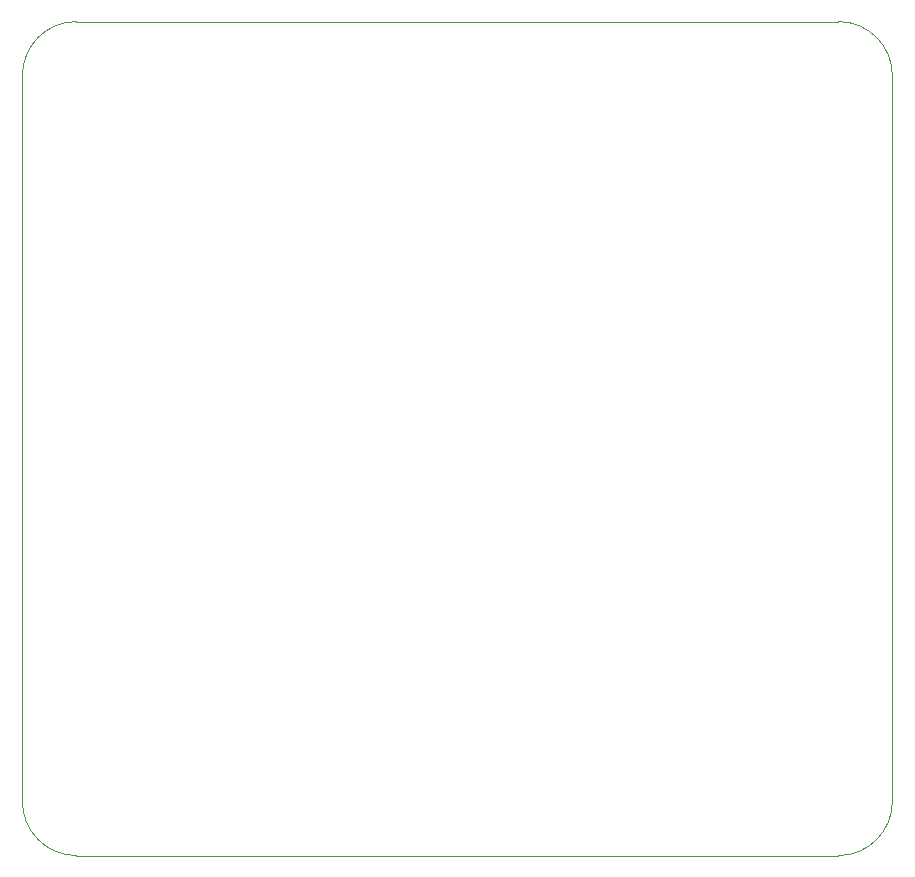
<source format=gbr>
G04 #@! TF.FileFunction,Profile,NP*
%FSLAX46Y46*%
G04 Gerber Fmt 4.6, Leading zero omitted, Abs format (unit mm)*
G04 Created by KiCad (PCBNEW (2015-08-21 BZR 6112)-product) date 2015 October 20, Tuesday 21:56:33*
%MOMM*%
G01*
G04 APERTURE LIST*
%ADD10C,0.100000*%
G04 APERTURE END LIST*
D10*
X114300000Y-137160000D02*
X178816000Y-137160000D01*
X109728000Y-71120000D02*
X109728000Y-132588000D01*
X178816000Y-66548000D02*
X114300000Y-66548000D01*
X183388000Y-132588000D02*
X183388000Y-71120000D01*
X109728000Y-132588000D02*
G75*
G03X114300000Y-137160000I4572000J0D01*
G01*
X178816000Y-137160000D02*
G75*
G03X183388000Y-132588000I0J4572000D01*
G01*
X183388000Y-71120000D02*
G75*
G03X178816000Y-66548000I-4572000J0D01*
G01*
X114300000Y-66548000D02*
G75*
G03X109728000Y-71120000I0J-4572000D01*
G01*
M02*

</source>
